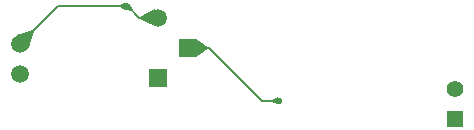
<source format=gbr>
G71*
G90*
G04 Quadcept GERBER*
%MOMM*%
%FSLAX44Y44*%
%ADD10C,0.15*%
%ADD11C,0.6*%
%ADD12C,1.4*%
%ADD13C,1.5*%
%ADD14R,1.4X1.4*%
%ADD15R,1.5X1.5*%
G54D10*
G01X1291000Y2054900D02*
G01X1323100Y2087000D01*
G01X1381000D01*
G01X1382000D01*
G01X1391800Y2077200D01*
G01X1407800D01*
G01X1451000Y2051800D02*
G01X1433200D01*
G01X1451000Y2051800D02*
G01X1495800Y2007000D01*
G01X1510000D01*
G01X1297358Y2052633D02*
G01X1302137Y2066037D01*
G01X1288733Y2061258D02*
G01X1302137Y2066037D01*
G01X1296828Y2053163D02*
G01X1302137Y2066037D01*
G01X1296297Y2053694D02*
G01X1302137Y2066037D01*
G01X1295767Y2054224D02*
G01X1302137Y2066037D01*
G01X1295237Y2054754D02*
G01X1302137Y2066037D01*
G01X1294706Y2055285D02*
G01X1302137Y2066037D01*
G01X1294176Y2055815D02*
G01X1302137Y2066037D01*
G01X1293646Y2056345D02*
G01X1302137Y2066037D01*
G01X1293115Y2056876D02*
G01X1302137Y2066037D01*
G01X1292585Y2057406D02*
G01X1302137Y2066037D01*
G01X1292055Y2057936D02*
G01X1302137Y2066037D01*
G01X1291524Y2058467D02*
G01X1302137Y2066037D01*
G01X1290994Y2058997D02*
G01X1302137Y2066037D01*
G01X1290464Y2059527D02*
G01X1302137Y2066037D01*
G01X1289933Y2060058D02*
G01X1302137Y2066037D01*
G01X1289403Y2060588D02*
G01X1302137Y2066037D01*
G01X1380135Y2089077D02*
G01X1375150Y2087000D01*
G01X1380135Y2084923D02*
G01X1375150Y2087000D01*
G01X1380135Y2088327D02*
G01X1375150Y2087000D01*
G01X1380135Y2087577D02*
G01X1375150Y2087000D01*
G01X1380135Y2086827D02*
G01X1375150Y2087000D01*
G01X1380135Y2086077D02*
G01X1375150Y2087000D01*
G01X1404907Y2083299D02*
G01X1392050Y2077200D01*
G01X1404907Y2071101D02*
G01X1392050Y2077200D01*
G01X1404907Y2082549D02*
G01X1392050Y2077200D01*
G01X1404907Y2081799D02*
G01X1392050Y2077200D01*
G01X1404907Y2081049D02*
G01X1392050Y2077200D01*
G01X1404907Y2080299D02*
G01X1392050Y2077200D01*
G01X1404907Y2079549D02*
G01X1392050Y2077200D01*
G01X1404907Y2078799D02*
G01X1392050Y2077200D01*
G01X1404907Y2078049D02*
G01X1392050Y2077200D01*
G01X1404907Y2077299D02*
G01X1392050Y2077200D01*
G01X1404907Y2076549D02*
G01X1392050Y2077200D01*
G01X1404907Y2075799D02*
G01X1392050Y2077200D01*
G01X1404907Y2075049D02*
G01X1392050Y2077200D01*
G01X1404907Y2074299D02*
G01X1392050Y2077200D01*
G01X1404907Y2073549D02*
G01X1392050Y2077200D01*
G01X1404907Y2072799D02*
G01X1392050Y2077200D01*
G01X1404907Y2072049D02*
G01X1392050Y2077200D01*
G01X1380415Y2084827D02*
G01X1385556Y2083444D01*
G01X1382966Y2088095D02*
G01X1385556Y2083444D01*
G01X1380877Y2085419D02*
G01X1385556Y2083444D01*
G01X1381338Y2086010D02*
G01X1385556Y2083444D01*
G01X1381800Y2086601D02*
G01X1385556Y2083444D01*
G01X1382261Y2087192D02*
G01X1385556Y2083444D01*
G01X1509135Y2009077D02*
G01X1504150Y2007000D01*
G01X1509135Y2004923D02*
G01X1504150Y2007000D01*
G01X1509135Y2008327D02*
G01X1504150Y2007000D01*
G01X1509135Y2007577D02*
G01X1504150Y2007000D01*
G01X1509135Y2006827D02*
G01X1504150Y2007000D01*
G01X1509135Y2006077D02*
G01X1504150Y2007000D01*
G01X1439950Y2045050D02*
G01X1448950Y2051800D01*
G01X1439950Y2058550D02*
G01X1448950Y2051800D01*
G01X1439950Y2045800D02*
G01X1448950Y2051800D01*
G01X1439950Y2046550D02*
G01X1448950Y2051800D01*
G01X1439950Y2047300D02*
G01X1448950Y2051800D01*
G01X1439950Y2048050D02*
G01X1448950Y2051800D01*
G01X1439950Y2048800D02*
G01X1448950Y2051800D01*
G01X1439950Y2049550D02*
G01X1448950Y2051800D01*
G01X1439950Y2050300D02*
G01X1448950Y2051800D01*
G01X1439950Y2051050D02*
G01X1448950Y2051800D01*
G01X1439950Y2051800D02*
G01X1448950D01*
G01X1439950Y2052550D02*
G01X1448950Y2051800D01*
G01X1439950Y2053300D02*
G01X1448950Y2051800D01*
G01X1439950Y2054050D02*
G01X1448950Y2051800D01*
G01X1439950Y2054800D02*
G01X1448950Y2051800D01*
G01X1439950Y2055550D02*
G01X1448950Y2051800D01*
G01X1439950Y2056300D02*
G01X1448950Y2051800D01*
G01X1439950Y2057050D02*
G01X1448950Y2051800D01*
G01X1439950Y2057800D02*
G01X1448950Y2051800D01*
G54D11*
X1510000Y2007000D03*
X1381000Y2087000D03*
G54D12*
X1658900Y2017100D03*
G54D13*
X1291000Y2029500D03*
Y2054900D03*
X1407800Y2077200D03*
G54D14*
X1658900Y1991700D03*
G54D15*
X1407800Y2026400D03*
X1433200Y2051800D03*
M02*

</source>
